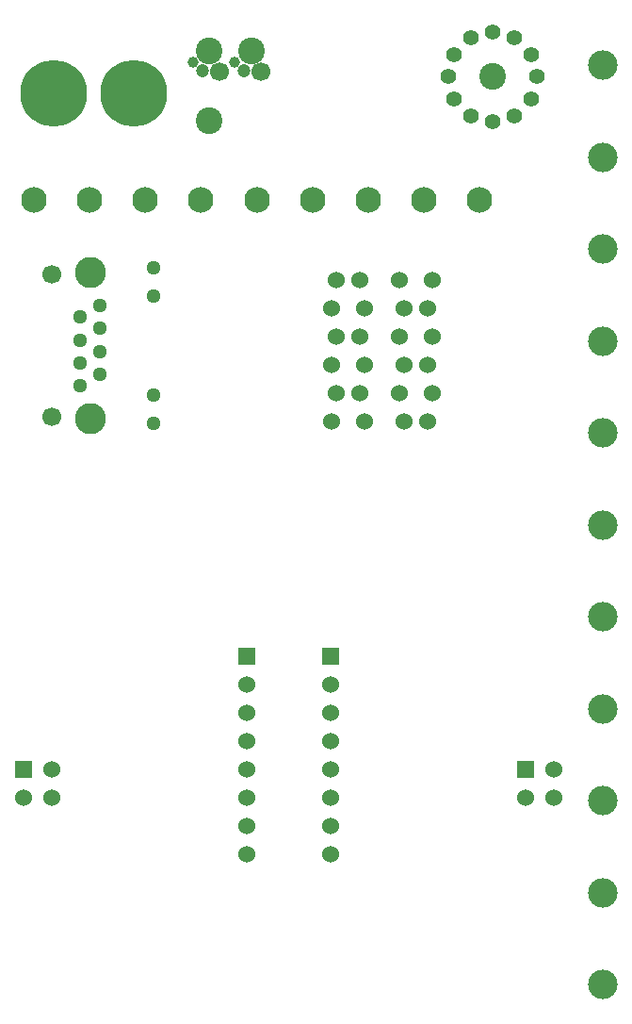
<source format=gbr>
G04 start of page 5 for group 3 idx 3 *
G04 Title: (unknown), signal3 *
G04 Creator: pcb 4.2.0 *
G04 CreationDate: Sat Jul  4 16:09:31 2020 UTC *
G04 For: commonadmin *
G04 Format: Gerber/RS-274X *
G04 PCB-Dimensions (mil): 3500.00 8250.00 *
G04 PCB-Coordinate-Origin: lower left *
%MOIN*%
%FSLAX25Y25*%
%LNGROUP3*%
%ADD95C,0.0295*%
%ADD94C,0.0492*%
%ADD93C,0.0197*%
%ADD92C,0.1870*%
%ADD91C,0.0354*%
%ADD90C,0.0380*%
%ADD89C,0.0630*%
%ADD88C,0.0787*%
%ADD87C,0.0886*%
%ADD86C,0.0001*%
%ADD85C,0.0472*%
%ADD84C,0.0394*%
%ADD83C,0.2362*%
%ADD82C,0.1102*%
%ADD81C,0.0669*%
%ADD80C,0.0512*%
%ADD79C,0.0600*%
%ADD78C,0.0906*%
%ADD77C,0.0551*%
%ADD76C,0.0945*%
%ADD75C,0.1043*%
G54D75*X218000Y807000D03*
Y774500D03*
Y742000D03*
Y709500D03*
Y677000D03*
G54D76*X179000Y803000D03*
G54D77*X194748D03*
X192583Y795126D03*
Y810874D03*
X179000Y818748D03*
X186677Y816780D03*
X171323D03*
X163252Y803000D03*
X165417Y795126D03*
Y810874D03*
X179000Y787252D03*
X171323Y789220D03*
X186677D03*
G54D78*X174240Y759500D03*
G54D79*X146000Y731000D03*
X157500D03*
X147500Y721000D03*
X132000Y731000D03*
X133500Y721000D03*
X156000D03*
X146000Y711000D03*
X147500Y701000D03*
X157500Y711000D03*
X156000Y701000D03*
X123500Y731000D03*
X122000Y721000D03*
X123500Y711000D03*
X122000Y701000D03*
X132000Y711000D03*
X133500Y701000D03*
G54D78*X115185Y759500D03*
X134870D03*
X154555D03*
G54D80*X58980Y725504D03*
Y735543D03*
G54D76*X78500Y787500D03*
G54D78*X56130Y759500D03*
X75815D03*
X95500D03*
G54D81*X22996Y733181D03*
G54D82*X36500Y733969D03*
G54D78*X16760Y759500D03*
X36445D03*
G54D83*X23500Y797000D03*
X51846D03*
G54D76*X78740Y812205D03*
X93504D03*
G54D84*X87598Y808268D03*
G54D81*X82283Y804724D03*
X97047D03*
G54D85*X91142Y805118D03*
X76378D03*
G54D84*X72835Y808268D03*
G54D81*X22996Y682787D03*
G54D82*X36500Y682000D03*
G54D80*X58980Y680425D03*
Y690465D03*
X32957Y701961D03*
Y693929D03*
X40043Y697945D03*
X32957Y709992D03*
Y718024D03*
X40043Y705976D03*
Y714008D03*
Y722039D03*
G54D75*X218000Y482000D03*
Y514500D03*
Y612000D03*
Y579500D03*
Y547000D03*
Y644500D03*
G54D79*X146000Y691000D03*
X157500D03*
X132000D03*
X123500D03*
X147500Y681000D03*
X156000D03*
X122000D03*
X133500D03*
G54D86*G36*
X89000Y601000D02*Y595000D01*
X95000D01*
Y601000D01*
X89000D01*
G37*
G54D79*X92000Y588000D03*
Y578000D03*
Y568000D03*
Y558000D03*
Y548000D03*
Y538000D03*
Y528000D03*
G54D86*G36*
X118500Y601000D02*Y595000D01*
X124500D01*
Y601000D01*
X118500D01*
G37*
G54D79*X121500Y588000D03*
Y578000D03*
Y568000D03*
Y558000D03*
Y548000D03*
Y538000D03*
Y528000D03*
G54D86*G36*
X10000Y561000D02*Y555000D01*
X16000D01*
Y561000D01*
X10000D01*
G37*
G54D79*X13000Y548000D03*
X23000D03*
Y558000D03*
G54D86*G36*
X187500Y561000D02*Y555000D01*
X193500D01*
Y561000D01*
X187500D01*
G37*
G54D79*X190500Y548000D03*
X200500D03*
Y558000D03*
G54D87*G54D88*G54D84*G54D89*G54D90*G54D89*G54D91*G54D88*G54D89*G54D80*G54D76*G54D89*G54D92*G54D88*G54D93*G54D94*G54D95*G54D93*G54D80*G54D76*G54D91*G54D87*G54D90*M02*

</source>
